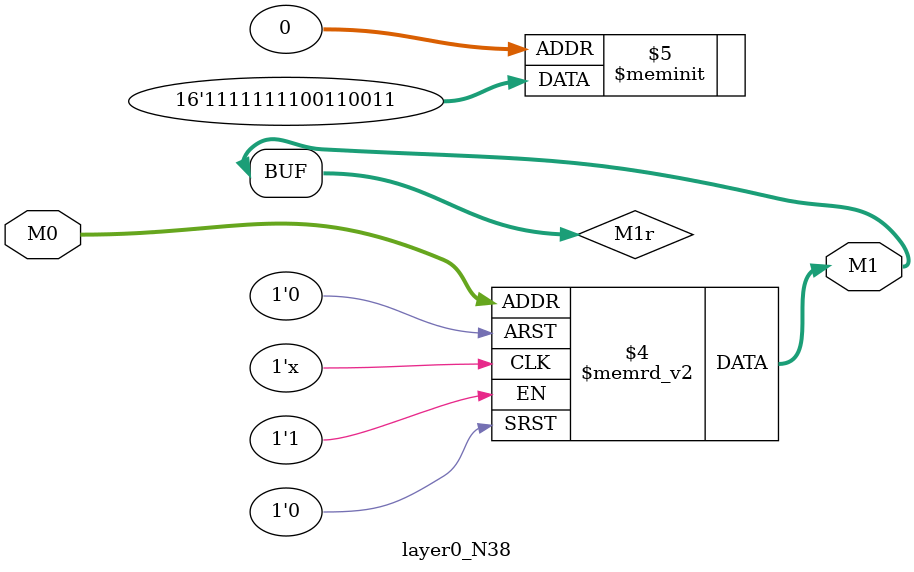
<source format=v>
module layer0_N38 ( input [2:0] M0, output [1:0] M1 );

	(*rom_style = "distributed" *) reg [1:0] M1r;
	assign M1 = M1r;
	always @ (M0) begin
		case (M0)
			3'b000: M1r = 2'b11;
			3'b100: M1r = 2'b11;
			3'b010: M1r = 2'b11;
			3'b110: M1r = 2'b11;
			3'b001: M1r = 2'b00;
			3'b101: M1r = 2'b11;
			3'b011: M1r = 2'b00;
			3'b111: M1r = 2'b11;

		endcase
	end
endmodule

</source>
